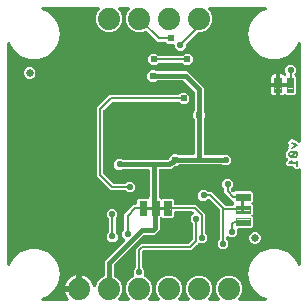
<source format=gbl>
G04 EAGLE Gerber RS-274X export*
G75*
%MOMM*%
%FSLAX34Y34*%
%LPD*%
%INBottom Copper*%
%IPPOS*%
%AMOC8*
5,1,8,0,0,1.08239X$1,22.5*%
G01*
%ADD10C,0.177800*%
%ADD11C,0.099059*%
%ADD12C,1.879600*%
%ADD13C,0.635000*%
%ADD14C,0.558800*%
%ADD15C,0.203200*%
%ADD16C,0.604000*%
%ADD17C,0.406400*%

G36*
X53596Y2812D02*
X53596Y2812D01*
X53734Y2825D01*
X53753Y2832D01*
X53773Y2835D01*
X53902Y2886D01*
X54033Y2933D01*
X54050Y2944D01*
X54068Y2952D01*
X54181Y3033D01*
X54296Y3112D01*
X54310Y3127D01*
X54326Y3138D01*
X54415Y3246D01*
X54507Y3350D01*
X54516Y3368D01*
X54529Y3383D01*
X54588Y3509D01*
X54651Y3634D01*
X54656Y3653D01*
X54664Y3671D01*
X54690Y3808D01*
X54721Y3944D01*
X54720Y3964D01*
X54724Y3983D01*
X54715Y4122D01*
X54711Y4262D01*
X54705Y4281D01*
X54704Y4301D01*
X54661Y4433D01*
X54622Y4567D01*
X54612Y4584D01*
X54606Y4603D01*
X54531Y4721D01*
X54461Y4841D01*
X54442Y4862D01*
X54436Y4872D01*
X54421Y4886D01*
X54416Y4892D01*
X53289Y6443D01*
X52436Y8117D01*
X51855Y9904D01*
X51815Y10161D01*
X62230Y10161D01*
X62348Y10176D01*
X62467Y10183D01*
X62505Y10196D01*
X62545Y10201D01*
X62656Y10244D01*
X62769Y10281D01*
X62803Y10303D01*
X62841Y10318D01*
X62937Y10388D01*
X63038Y10451D01*
X63066Y10481D01*
X63098Y10504D01*
X63174Y10596D01*
X63256Y10683D01*
X63275Y10718D01*
X63301Y10749D01*
X63352Y10857D01*
X63409Y10961D01*
X63420Y11001D01*
X63437Y11037D01*
X63459Y11154D01*
X63489Y11269D01*
X63493Y11330D01*
X63497Y11350D01*
X63495Y11370D01*
X63499Y11430D01*
X63499Y12701D01*
X64770Y12701D01*
X64888Y12716D01*
X65007Y12723D01*
X65045Y12736D01*
X65085Y12741D01*
X65196Y12785D01*
X65309Y12821D01*
X65344Y12843D01*
X65381Y12858D01*
X65477Y12928D01*
X65578Y12991D01*
X65606Y13021D01*
X65639Y13045D01*
X65714Y13136D01*
X65796Y13223D01*
X65816Y13258D01*
X65841Y13290D01*
X65892Y13397D01*
X65950Y13502D01*
X65960Y13541D01*
X65977Y13577D01*
X65999Y13694D01*
X66029Y13809D01*
X66033Y13870D01*
X66037Y13890D01*
X66035Y13910D01*
X66039Y13970D01*
X66039Y24385D01*
X66296Y24345D01*
X68083Y23764D01*
X69757Y22911D01*
X71278Y21806D01*
X72606Y20478D01*
X73711Y18957D01*
X74564Y17283D01*
X75145Y15496D01*
X75220Y15023D01*
X75255Y14900D01*
X75286Y14774D01*
X75300Y14747D01*
X75308Y14718D01*
X75374Y14607D01*
X75434Y14493D01*
X75455Y14470D01*
X75470Y14444D01*
X75562Y14353D01*
X75648Y14257D01*
X75674Y14241D01*
X75695Y14219D01*
X75806Y14153D01*
X75914Y14082D01*
X75943Y14073D01*
X75969Y14057D01*
X76093Y14021D01*
X76215Y13979D01*
X76245Y13977D01*
X76274Y13968D01*
X76403Y13964D01*
X76532Y13954D01*
X76562Y13959D01*
X76592Y13958D01*
X76718Y13986D01*
X76845Y14008D01*
X76873Y14021D01*
X76902Y14027D01*
X77017Y14086D01*
X77135Y14139D01*
X77159Y14158D01*
X77186Y14171D01*
X77282Y14257D01*
X77384Y14338D01*
X77402Y14362D01*
X77424Y14382D01*
X77497Y14488D01*
X77575Y14592D01*
X77594Y14630D01*
X77603Y14644D01*
X77611Y14665D01*
X77646Y14736D01*
X79425Y19031D01*
X82569Y22175D01*
X84306Y22895D01*
X84331Y22909D01*
X84359Y22918D01*
X84469Y22988D01*
X84582Y23052D01*
X84603Y23073D01*
X84628Y23088D01*
X84717Y23183D01*
X84810Y23273D01*
X84826Y23299D01*
X84846Y23320D01*
X84909Y23434D01*
X84977Y23545D01*
X84985Y23573D01*
X85000Y23599D01*
X85032Y23724D01*
X85070Y23848D01*
X85072Y23878D01*
X85079Y23907D01*
X85089Y24067D01*
X85089Y35868D01*
X102522Y53301D01*
X102595Y53395D01*
X102673Y53484D01*
X102692Y53520D01*
X102716Y53552D01*
X102764Y53661D01*
X102818Y53767D01*
X102827Y53807D01*
X102843Y53844D01*
X102861Y53962D01*
X102888Y54078D01*
X102886Y54118D01*
X102893Y54158D01*
X102881Y54276D01*
X102878Y54395D01*
X102867Y54434D01*
X102863Y54475D01*
X102823Y54587D01*
X102789Y54701D01*
X102769Y54736D01*
X102755Y54774D01*
X102688Y54872D01*
X102628Y54975D01*
X102588Y55020D01*
X102577Y55037D01*
X102561Y55050D01*
X102522Y55096D01*
X100075Y57542D01*
X100075Y61330D01*
X101482Y62736D01*
X101542Y62815D01*
X101610Y62887D01*
X101639Y62940D01*
X101676Y62988D01*
X101716Y63079D01*
X101764Y63165D01*
X101779Y63224D01*
X101803Y63279D01*
X101818Y63377D01*
X101843Y63473D01*
X101849Y63573D01*
X101853Y63594D01*
X101851Y63606D01*
X101853Y63634D01*
X101853Y75834D01*
X109904Y83884D01*
X111252Y83884D01*
X111370Y83899D01*
X111489Y83907D01*
X111527Y83919D01*
X111568Y83924D01*
X111678Y83968D01*
X111791Y84005D01*
X111826Y84026D01*
X111863Y84041D01*
X111959Y84111D01*
X112060Y84175D01*
X112088Y84204D01*
X112121Y84228D01*
X112197Y84320D01*
X112278Y84406D01*
X112298Y84442D01*
X112323Y84473D01*
X112374Y84581D01*
X112432Y84685D01*
X112442Y84724D01*
X112459Y84761D01*
X112481Y84877D01*
X112511Y84993D01*
X112515Y85053D01*
X112519Y85073D01*
X112517Y85093D01*
X112521Y85153D01*
X112521Y87886D01*
X113853Y89218D01*
X121609Y89218D01*
X121703Y89203D01*
X121840Y89177D01*
X121859Y89178D01*
X121879Y89175D01*
X122018Y89188D01*
X122157Y89197D01*
X122176Y89203D01*
X122196Y89205D01*
X122327Y89252D01*
X122459Y89295D01*
X122476Y89306D01*
X122495Y89312D01*
X122610Y89390D01*
X122728Y89465D01*
X122742Y89480D01*
X122758Y89491D01*
X122851Y89595D01*
X122946Y89697D01*
X122956Y89714D01*
X122969Y89729D01*
X123032Y89853D01*
X123100Y89975D01*
X123105Y89995D01*
X123114Y90012D01*
X123144Y90148D01*
X123179Y90283D01*
X123181Y90311D01*
X123183Y90323D01*
X123183Y90343D01*
X123189Y90444D01*
X123189Y113030D01*
X123174Y113148D01*
X123167Y113267D01*
X123154Y113305D01*
X123149Y113346D01*
X123106Y113456D01*
X123069Y113569D01*
X123047Y113604D01*
X123032Y113641D01*
X122963Y113737D01*
X122899Y113838D01*
X122869Y113866D01*
X122846Y113899D01*
X122754Y113975D01*
X122667Y114056D01*
X122632Y114076D01*
X122601Y114101D01*
X122493Y114152D01*
X122389Y114210D01*
X122349Y114220D01*
X122313Y114237D01*
X122196Y114259D01*
X122081Y114289D01*
X122021Y114293D01*
X122001Y114297D01*
X121980Y114295D01*
X121920Y114299D01*
X100972Y114299D01*
X100874Y114287D01*
X100775Y114284D01*
X100716Y114267D01*
X100656Y114259D01*
X100564Y114223D01*
X100469Y114195D01*
X100417Y114165D01*
X100361Y114142D01*
X100281Y114084D01*
X100195Y114034D01*
X100120Y113968D01*
X100103Y113956D01*
X100095Y113946D01*
X100074Y113927D01*
X99684Y113537D01*
X95896Y113537D01*
X93217Y116216D01*
X93217Y120004D01*
X95896Y122683D01*
X99684Y122683D01*
X100074Y122293D01*
X100152Y122232D01*
X100225Y122164D01*
X100278Y122135D01*
X100326Y122098D01*
X100416Y122058D01*
X100503Y122010D01*
X100562Y121995D01*
X100617Y121971D01*
X100715Y121956D01*
X100811Y121931D01*
X100911Y121925D01*
X100932Y121921D01*
X100944Y121923D01*
X100972Y121921D01*
X137865Y121921D01*
X137963Y121933D01*
X138062Y121936D01*
X138120Y121953D01*
X138180Y121961D01*
X138272Y121997D01*
X138367Y122025D01*
X138420Y122055D01*
X138476Y122078D01*
X138556Y122136D01*
X138641Y122186D01*
X138717Y122252D01*
X138733Y122264D01*
X138741Y122274D01*
X138762Y122292D01*
X139610Y123140D01*
X139670Y123218D01*
X139738Y123290D01*
X139767Y123343D01*
X139804Y123391D01*
X139844Y123482D01*
X139892Y123569D01*
X139907Y123627D01*
X139931Y123683D01*
X139946Y123781D01*
X139971Y123877D01*
X139972Y123899D01*
X142792Y126719D01*
X146768Y126719D01*
X147384Y126102D01*
X147462Y126042D01*
X147534Y125974D01*
X147587Y125945D01*
X147635Y125908D01*
X147726Y125868D01*
X147813Y125820D01*
X147871Y125805D01*
X147927Y125781D01*
X148025Y125766D01*
X148121Y125741D01*
X148221Y125735D01*
X148241Y125731D01*
X148253Y125733D01*
X148281Y125731D01*
X160020Y125731D01*
X160138Y125746D01*
X160257Y125753D01*
X160295Y125766D01*
X160336Y125771D01*
X160446Y125814D01*
X160559Y125851D01*
X160594Y125873D01*
X160631Y125888D01*
X160727Y125957D01*
X160828Y126021D01*
X160856Y126051D01*
X160889Y126074D01*
X160965Y126166D01*
X161046Y126253D01*
X161066Y126288D01*
X161091Y126319D01*
X161142Y126427D01*
X161200Y126531D01*
X161210Y126571D01*
X161227Y126607D01*
X161249Y126724D01*
X161279Y126839D01*
X161283Y126899D01*
X161287Y126919D01*
X161285Y126940D01*
X161289Y127000D01*
X161289Y156519D01*
X161277Y156617D01*
X161274Y156716D01*
X161257Y156774D01*
X161249Y156834D01*
X161213Y156926D01*
X161185Y157021D01*
X161155Y157073D01*
X161132Y157130D01*
X161074Y157210D01*
X161024Y157295D01*
X160958Y157371D01*
X160946Y157387D01*
X160936Y157395D01*
X160918Y157416D01*
X160301Y158032D01*
X160301Y162008D01*
X160918Y162624D01*
X160978Y162702D01*
X161046Y162774D01*
X161075Y162827D01*
X161112Y162875D01*
X161152Y162966D01*
X161200Y163053D01*
X161215Y163111D01*
X161239Y163167D01*
X161254Y163265D01*
X161279Y163361D01*
X161285Y163461D01*
X161289Y163481D01*
X161287Y163493D01*
X161289Y163521D01*
X161289Y179506D01*
X161277Y179604D01*
X161274Y179703D01*
X161257Y179761D01*
X161249Y179821D01*
X161213Y179913D01*
X161185Y180009D01*
X161155Y180061D01*
X161132Y180117D01*
X161074Y180197D01*
X161024Y180282D01*
X160958Y180358D01*
X160946Y180374D01*
X160936Y180382D01*
X160918Y180403D01*
X152463Y188858D01*
X152385Y188918D01*
X152313Y188986D01*
X152260Y189015D01*
X152212Y189052D01*
X152121Y189092D01*
X152034Y189140D01*
X151976Y189155D01*
X151920Y189179D01*
X151822Y189194D01*
X151726Y189219D01*
X151626Y189225D01*
X151606Y189229D01*
X151594Y189227D01*
X151566Y189229D01*
X129617Y189229D01*
X129519Y189217D01*
X129420Y189214D01*
X129362Y189197D01*
X129302Y189189D01*
X129210Y189153D01*
X129115Y189125D01*
X129063Y189095D01*
X129006Y189072D01*
X128926Y189014D01*
X128841Y188964D01*
X128765Y188898D01*
X128749Y188886D01*
X128741Y188876D01*
X128720Y188858D01*
X128104Y188241D01*
X124128Y188241D01*
X121317Y191052D01*
X121317Y195028D01*
X124128Y197839D01*
X128104Y197839D01*
X128720Y197222D01*
X128798Y197162D01*
X128870Y197094D01*
X128923Y197065D01*
X128971Y197028D01*
X129062Y196988D01*
X129149Y196940D01*
X129207Y196925D01*
X129263Y196901D01*
X129361Y196886D01*
X129457Y196861D01*
X129557Y196855D01*
X129577Y196851D01*
X129589Y196853D01*
X129617Y196851D01*
X155248Y196851D01*
X168911Y183188D01*
X168911Y163521D01*
X168923Y163423D01*
X168926Y163324D01*
X168943Y163266D01*
X168951Y163206D01*
X168987Y163114D01*
X169015Y163019D01*
X169045Y162967D01*
X169068Y162910D01*
X169126Y162830D01*
X169176Y162745D01*
X169242Y162669D01*
X169254Y162653D01*
X169264Y162645D01*
X169282Y162624D01*
X169899Y162008D01*
X169899Y158032D01*
X169282Y157416D01*
X169222Y157338D01*
X169154Y157266D01*
X169125Y157213D01*
X169088Y157165D01*
X169048Y157074D01*
X169000Y156987D01*
X168985Y156929D01*
X168961Y156873D01*
X168946Y156775D01*
X168921Y156679D01*
X168915Y156579D01*
X168911Y156559D01*
X168913Y156547D01*
X168911Y156519D01*
X168911Y127000D01*
X168926Y126882D01*
X168933Y126763D01*
X168946Y126725D01*
X168951Y126684D01*
X168994Y126574D01*
X169031Y126461D01*
X169053Y126426D01*
X169068Y126389D01*
X169137Y126293D01*
X169201Y126192D01*
X169231Y126164D01*
X169254Y126131D01*
X169346Y126055D01*
X169433Y125974D01*
X169468Y125954D01*
X169499Y125929D01*
X169607Y125878D01*
X169711Y125820D01*
X169751Y125810D01*
X169787Y125793D01*
X169904Y125771D01*
X170019Y125741D01*
X170079Y125737D01*
X170099Y125733D01*
X170120Y125735D01*
X170180Y125731D01*
X184778Y125731D01*
X184876Y125743D01*
X184975Y125746D01*
X185034Y125763D01*
X185094Y125771D01*
X185186Y125807D01*
X185281Y125835D01*
X185333Y125865D01*
X185389Y125888D01*
X185469Y125946D01*
X185555Y125996D01*
X185630Y126062D01*
X185647Y126074D01*
X185655Y126084D01*
X185676Y126103D01*
X186066Y126493D01*
X189854Y126493D01*
X192533Y123814D01*
X192533Y120026D01*
X189854Y117347D01*
X186066Y117347D01*
X185676Y117737D01*
X185598Y117798D01*
X185525Y117866D01*
X185472Y117895D01*
X185424Y117932D01*
X185334Y117972D01*
X185247Y118020D01*
X185188Y118035D01*
X185133Y118059D01*
X185035Y118074D01*
X184939Y118099D01*
X184839Y118105D01*
X184818Y118109D01*
X184806Y118107D01*
X184778Y118109D01*
X148281Y118109D01*
X148183Y118097D01*
X148084Y118094D01*
X148026Y118077D01*
X147966Y118069D01*
X147874Y118033D01*
X147779Y118005D01*
X147727Y117975D01*
X147670Y117952D01*
X147590Y117894D01*
X147505Y117844D01*
X147429Y117778D01*
X147413Y117766D01*
X147405Y117756D01*
X147384Y117738D01*
X146768Y117121D01*
X145896Y117121D01*
X145798Y117109D01*
X145699Y117106D01*
X145641Y117089D01*
X145581Y117081D01*
X145489Y117045D01*
X145393Y117017D01*
X145341Y116987D01*
X145285Y116964D01*
X145205Y116906D01*
X145120Y116856D01*
X145044Y116790D01*
X145028Y116778D01*
X145020Y116768D01*
X144999Y116750D01*
X144834Y116585D01*
X144359Y116585D01*
X144261Y116573D01*
X144162Y116570D01*
X144104Y116553D01*
X144044Y116545D01*
X143952Y116509D01*
X143856Y116481D01*
X143804Y116451D01*
X143748Y116428D01*
X143668Y116370D01*
X143582Y116320D01*
X143507Y116254D01*
X143491Y116242D01*
X143483Y116232D01*
X143462Y116214D01*
X141547Y114299D01*
X132080Y114299D01*
X131962Y114284D01*
X131843Y114277D01*
X131805Y114264D01*
X131764Y114259D01*
X131654Y114216D01*
X131541Y114179D01*
X131506Y114157D01*
X131469Y114142D01*
X131373Y114073D01*
X131272Y114009D01*
X131244Y113979D01*
X131211Y113956D01*
X131135Y113864D01*
X131054Y113777D01*
X131034Y113742D01*
X131009Y113711D01*
X130958Y113603D01*
X130900Y113499D01*
X130890Y113459D01*
X130873Y113423D01*
X130851Y113306D01*
X130821Y113191D01*
X130817Y113131D01*
X130813Y113111D01*
X130815Y113090D01*
X130811Y113030D01*
X130811Y90487D01*
X130826Y90369D01*
X130833Y90251D01*
X130846Y90212D01*
X130851Y90172D01*
X130894Y90061D01*
X130931Y89948D01*
X130953Y89914D01*
X130968Y89876D01*
X131037Y89780D01*
X131101Y89679D01*
X131131Y89652D01*
X131154Y89619D01*
X131246Y89543D01*
X131333Y89461D01*
X131368Y89442D01*
X131399Y89416D01*
X131507Y89365D01*
X131611Y89308D01*
X131651Y89298D01*
X131687Y89281D01*
X131706Y89277D01*
X132325Y88657D01*
X132419Y88584D01*
X132509Y88506D01*
X132545Y88487D01*
X132577Y88462D01*
X132686Y88415D01*
X132792Y88361D01*
X132831Y88352D01*
X132869Y88336D01*
X132986Y88317D01*
X133102Y88291D01*
X133143Y88293D01*
X133183Y88286D01*
X133301Y88297D01*
X133420Y88301D01*
X133459Y88312D01*
X133499Y88316D01*
X133612Y88356D01*
X133726Y88389D01*
X133760Y88410D01*
X133799Y88424D01*
X133897Y88490D01*
X134000Y88551D01*
X134045Y88591D01*
X134062Y88602D01*
X134075Y88617D01*
X134120Y88657D01*
X134681Y89218D01*
X142179Y89218D01*
X143511Y87886D01*
X143511Y85153D01*
X143526Y85035D01*
X143533Y84917D01*
X143546Y84878D01*
X143551Y84838D01*
X143594Y84727D01*
X143631Y84614D01*
X143653Y84580D01*
X143668Y84542D01*
X143737Y84446D01*
X143801Y84345D01*
X143831Y84318D01*
X143854Y84285D01*
X143946Y84209D01*
X144033Y84127D01*
X144068Y84108D01*
X144099Y84082D01*
X144207Y84031D01*
X144311Y83974D01*
X144351Y83964D01*
X144387Y83947D01*
X144504Y83924D01*
X144619Y83894D01*
X144679Y83891D01*
X144699Y83887D01*
X144720Y83888D01*
X144780Y83884D01*
X162638Y83884D01*
X170435Y76088D01*
X170435Y60078D01*
X170447Y59980D01*
X170450Y59881D01*
X170467Y59822D01*
X170475Y59762D01*
X170511Y59670D01*
X170539Y59575D01*
X170569Y59523D01*
X170592Y59467D01*
X170650Y59387D01*
X170700Y59301D01*
X170766Y59226D01*
X170778Y59209D01*
X170788Y59201D01*
X170806Y59180D01*
X172213Y57774D01*
X172213Y53986D01*
X169534Y51307D01*
X165606Y51307D01*
X165544Y51339D01*
X165504Y51348D01*
X165467Y51364D01*
X165350Y51383D01*
X165233Y51409D01*
X165193Y51408D01*
X165153Y51414D01*
X165035Y51403D01*
X164916Y51399D01*
X164877Y51388D01*
X164837Y51384D01*
X164724Y51344D01*
X164610Y51311D01*
X164575Y51290D01*
X164537Y51277D01*
X164439Y51210D01*
X164336Y51149D01*
X164291Y51110D01*
X164274Y51098D01*
X164261Y51083D01*
X164215Y51043D01*
X163346Y50174D01*
X158638Y45465D01*
X118523Y45465D01*
X118425Y45453D01*
X118326Y45450D01*
X118268Y45433D01*
X118208Y45425D01*
X118116Y45389D01*
X118021Y45361D01*
X117968Y45331D01*
X117912Y45308D01*
X117832Y45250D01*
X117747Y45200D01*
X117671Y45134D01*
X117655Y45122D01*
X117647Y45112D01*
X117626Y45094D01*
X117466Y44934D01*
X117406Y44856D01*
X117338Y44784D01*
X117309Y44731D01*
X117272Y44683D01*
X117232Y44592D01*
X117184Y44505D01*
X117169Y44447D01*
X117145Y44391D01*
X117130Y44293D01*
X117105Y44197D01*
X117099Y44097D01*
X117095Y44077D01*
X117097Y44065D01*
X117095Y44037D01*
X117095Y30868D01*
X117107Y30770D01*
X117110Y30671D01*
X117127Y30612D01*
X117135Y30552D01*
X117171Y30460D01*
X117199Y30365D01*
X117229Y30313D01*
X117252Y30257D01*
X117310Y30177D01*
X117360Y30091D01*
X117426Y30016D01*
X117438Y29999D01*
X117448Y29991D01*
X117466Y29970D01*
X118873Y28564D01*
X118873Y24770D01*
X118861Y24756D01*
X118825Y24722D01*
X118764Y24631D01*
X118697Y24544D01*
X118677Y24498D01*
X118650Y24457D01*
X118614Y24353D01*
X118571Y24252D01*
X118563Y24203D01*
X118547Y24156D01*
X118538Y24046D01*
X118521Y23938D01*
X118525Y23889D01*
X118522Y23839D01*
X118540Y23731D01*
X118551Y23621D01*
X118567Y23575D01*
X118576Y23526D01*
X118621Y23426D01*
X118658Y23322D01*
X118686Y23281D01*
X118707Y23236D01*
X118775Y23150D01*
X118837Y23059D01*
X118874Y23026D01*
X118905Y22987D01*
X118993Y22921D01*
X119075Y22848D01*
X119119Y22826D01*
X119159Y22796D01*
X119304Y22725D01*
X120631Y22175D01*
X123775Y19031D01*
X125477Y14923D01*
X125477Y10477D01*
X123775Y6369D01*
X122368Y4961D01*
X122282Y4852D01*
X122194Y4745D01*
X122185Y4726D01*
X122173Y4710D01*
X122117Y4582D01*
X122058Y4457D01*
X122055Y4437D01*
X122046Y4418D01*
X122025Y4280D01*
X121999Y4144D01*
X122000Y4124D01*
X121997Y4104D01*
X122010Y3965D01*
X122018Y3827D01*
X122025Y3808D01*
X122026Y3788D01*
X122074Y3656D01*
X122116Y3525D01*
X122127Y3507D01*
X122134Y3488D01*
X122212Y3373D01*
X122286Y3256D01*
X122301Y3242D01*
X122313Y3225D01*
X122417Y3133D01*
X122518Y3038D01*
X122536Y3028D01*
X122551Y3015D01*
X122675Y2951D01*
X122797Y2884D01*
X122816Y2879D01*
X122834Y2870D01*
X122970Y2840D01*
X123105Y2805D01*
X123133Y2803D01*
X123145Y2800D01*
X123165Y2801D01*
X123265Y2795D01*
X130735Y2795D01*
X130873Y2812D01*
X131011Y2825D01*
X131030Y2832D01*
X131050Y2835D01*
X131180Y2886D01*
X131310Y2933D01*
X131327Y2944D01*
X131346Y2952D01*
X131458Y3033D01*
X131574Y3111D01*
X131587Y3127D01*
X131603Y3138D01*
X131692Y3246D01*
X131784Y3350D01*
X131793Y3368D01*
X131806Y3383D01*
X131865Y3509D01*
X131929Y3633D01*
X131933Y3653D01*
X131942Y3671D01*
X131968Y3808D01*
X131998Y3943D01*
X131998Y3964D01*
X132001Y3983D01*
X131993Y4122D01*
X131989Y4261D01*
X131983Y4281D01*
X131982Y4301D01*
X131939Y4433D01*
X131900Y4567D01*
X131890Y4584D01*
X131884Y4603D01*
X131809Y4721D01*
X131739Y4841D01*
X131720Y4862D01*
X131714Y4872D01*
X131699Y4886D01*
X131632Y4961D01*
X130225Y6369D01*
X128523Y10477D01*
X128523Y14923D01*
X130225Y19031D01*
X133369Y22175D01*
X137477Y23877D01*
X141923Y23877D01*
X146031Y22175D01*
X149175Y19031D01*
X150877Y14923D01*
X150877Y10477D01*
X149175Y6369D01*
X147768Y4961D01*
X147682Y4852D01*
X147594Y4745D01*
X147585Y4726D01*
X147573Y4710D01*
X147517Y4582D01*
X147458Y4457D01*
X147455Y4437D01*
X147446Y4418D01*
X147425Y4280D01*
X147399Y4144D01*
X147400Y4124D01*
X147397Y4104D01*
X147410Y3965D01*
X147418Y3827D01*
X147425Y3808D01*
X147426Y3788D01*
X147474Y3656D01*
X147516Y3525D01*
X147527Y3507D01*
X147534Y3488D01*
X147612Y3373D01*
X147686Y3256D01*
X147701Y3242D01*
X147713Y3225D01*
X147817Y3133D01*
X147918Y3038D01*
X147936Y3028D01*
X147951Y3015D01*
X148075Y2951D01*
X148197Y2884D01*
X148216Y2879D01*
X148234Y2870D01*
X148370Y2840D01*
X148505Y2805D01*
X148533Y2803D01*
X148545Y2800D01*
X148565Y2801D01*
X148665Y2795D01*
X156135Y2795D01*
X156273Y2812D01*
X156411Y2825D01*
X156430Y2832D01*
X156450Y2835D01*
X156580Y2886D01*
X156710Y2933D01*
X156727Y2944D01*
X156746Y2952D01*
X156858Y3033D01*
X156974Y3111D01*
X156987Y3127D01*
X157003Y3138D01*
X157092Y3246D01*
X157184Y3350D01*
X157193Y3368D01*
X157206Y3383D01*
X157265Y3509D01*
X157329Y3633D01*
X157333Y3653D01*
X157342Y3671D01*
X157368Y3808D01*
X157398Y3943D01*
X157398Y3964D01*
X157401Y3983D01*
X157393Y4122D01*
X157389Y4261D01*
X157383Y4281D01*
X157382Y4301D01*
X157339Y4433D01*
X157300Y4567D01*
X157290Y4584D01*
X157284Y4603D01*
X157209Y4721D01*
X157139Y4841D01*
X157120Y4862D01*
X157114Y4872D01*
X157099Y4886D01*
X157032Y4961D01*
X155625Y6369D01*
X153923Y10477D01*
X153923Y14923D01*
X155625Y19031D01*
X158769Y22175D01*
X162877Y23877D01*
X167323Y23877D01*
X171431Y22175D01*
X174575Y19031D01*
X176277Y14923D01*
X176277Y10477D01*
X174575Y6369D01*
X173168Y4961D01*
X173082Y4852D01*
X172994Y4745D01*
X172985Y4726D01*
X172973Y4710D01*
X172917Y4582D01*
X172858Y4457D01*
X172855Y4437D01*
X172846Y4418D01*
X172825Y4280D01*
X172799Y4144D01*
X172800Y4124D01*
X172797Y4104D01*
X172810Y3965D01*
X172818Y3827D01*
X172825Y3808D01*
X172826Y3788D01*
X172874Y3656D01*
X172916Y3525D01*
X172927Y3507D01*
X172934Y3488D01*
X173012Y3373D01*
X173086Y3256D01*
X173101Y3242D01*
X173113Y3225D01*
X173217Y3133D01*
X173318Y3038D01*
X173336Y3028D01*
X173351Y3015D01*
X173475Y2951D01*
X173597Y2884D01*
X173616Y2879D01*
X173634Y2870D01*
X173770Y2840D01*
X173905Y2805D01*
X173933Y2803D01*
X173945Y2800D01*
X173965Y2801D01*
X174065Y2795D01*
X181535Y2795D01*
X181673Y2812D01*
X181811Y2825D01*
X181830Y2832D01*
X181850Y2835D01*
X181980Y2886D01*
X182110Y2933D01*
X182127Y2944D01*
X182146Y2952D01*
X182258Y3033D01*
X182374Y3111D01*
X182387Y3127D01*
X182403Y3138D01*
X182492Y3246D01*
X182584Y3350D01*
X182593Y3368D01*
X182606Y3383D01*
X182665Y3509D01*
X182729Y3633D01*
X182733Y3653D01*
X182742Y3671D01*
X182768Y3808D01*
X182798Y3943D01*
X182798Y3964D01*
X182801Y3983D01*
X182793Y4122D01*
X182789Y4261D01*
X182783Y4281D01*
X182782Y4301D01*
X182739Y4433D01*
X182700Y4567D01*
X182690Y4584D01*
X182684Y4603D01*
X182609Y4721D01*
X182539Y4841D01*
X182520Y4862D01*
X182514Y4872D01*
X182499Y4886D01*
X182432Y4961D01*
X181025Y6369D01*
X179323Y10477D01*
X179323Y14923D01*
X181025Y19031D01*
X184169Y22175D01*
X188277Y23877D01*
X192723Y23877D01*
X196831Y22175D01*
X199975Y19031D01*
X201677Y14923D01*
X201677Y10477D01*
X199975Y6369D01*
X198568Y4961D01*
X198482Y4852D01*
X198394Y4745D01*
X198385Y4726D01*
X198373Y4710D01*
X198317Y4582D01*
X198258Y4457D01*
X198255Y4437D01*
X198246Y4418D01*
X198225Y4280D01*
X198199Y4144D01*
X198200Y4124D01*
X198197Y4104D01*
X198210Y3965D01*
X198218Y3827D01*
X198225Y3808D01*
X198226Y3788D01*
X198274Y3656D01*
X198316Y3525D01*
X198327Y3507D01*
X198334Y3488D01*
X198412Y3373D01*
X198486Y3256D01*
X198501Y3242D01*
X198513Y3225D01*
X198617Y3133D01*
X198718Y3038D01*
X198736Y3028D01*
X198751Y3015D01*
X198875Y2951D01*
X198997Y2884D01*
X199016Y2879D01*
X199034Y2870D01*
X199170Y2840D01*
X199305Y2805D01*
X199333Y2803D01*
X199345Y2800D01*
X199365Y2801D01*
X199465Y2795D01*
X221125Y2795D01*
X221221Y2807D01*
X221319Y2810D01*
X221379Y2827D01*
X221440Y2835D01*
X221531Y2870D01*
X221624Y2897D01*
X221678Y2929D01*
X221736Y2952D01*
X221815Y3009D01*
X221899Y3058D01*
X221943Y3102D01*
X221993Y3138D01*
X222055Y3213D01*
X222125Y3282D01*
X222157Y3336D01*
X222196Y3383D01*
X222238Y3471D01*
X222288Y3555D01*
X222305Y3615D01*
X222332Y3671D01*
X222350Y3767D01*
X222378Y3860D01*
X222380Y3922D01*
X222392Y3983D01*
X222385Y4081D01*
X222389Y4178D01*
X222376Y4239D01*
X222372Y4301D01*
X222342Y4393D01*
X222321Y4489D01*
X222293Y4544D01*
X222274Y4603D01*
X222222Y4686D01*
X222178Y4773D01*
X222137Y4819D01*
X222104Y4872D01*
X222033Y4939D01*
X221969Y5012D01*
X221917Y5047D01*
X221872Y5090D01*
X221787Y5137D01*
X221706Y5192D01*
X221611Y5234D01*
X221593Y5244D01*
X221583Y5246D01*
X221559Y5257D01*
X217767Y6637D01*
X212003Y11473D01*
X208241Y17990D01*
X206934Y25400D01*
X208241Y32810D01*
X212003Y39326D01*
X217767Y44163D01*
X224838Y46737D01*
X232362Y46737D01*
X239433Y44163D01*
X245197Y39327D01*
X248837Y33022D01*
X248925Y32906D01*
X249010Y32788D01*
X249021Y32780D01*
X249029Y32769D01*
X249143Y32679D01*
X249255Y32585D01*
X249268Y32580D01*
X249278Y32571D01*
X249412Y32512D01*
X249543Y32450D01*
X249556Y32447D01*
X249569Y32442D01*
X249713Y32417D01*
X249856Y32390D01*
X249869Y32391D01*
X249882Y32389D01*
X250028Y32401D01*
X250173Y32410D01*
X250186Y32414D01*
X250199Y32415D01*
X250337Y32463D01*
X250475Y32508D01*
X250487Y32515D01*
X250500Y32520D01*
X250621Y32600D01*
X250744Y32678D01*
X250753Y32688D01*
X250765Y32695D01*
X250862Y32804D01*
X250962Y32910D01*
X250969Y32922D01*
X250978Y32932D01*
X251045Y33060D01*
X251116Y33188D01*
X251119Y33201D01*
X251125Y33213D01*
X251159Y33355D01*
X251195Y33496D01*
X251196Y33515D01*
X251198Y33523D01*
X251198Y33540D01*
X251205Y33657D01*
X251205Y113594D01*
X251188Y113731D01*
X251175Y113870D01*
X251168Y113889D01*
X251165Y113909D01*
X251114Y114038D01*
X251067Y114169D01*
X251056Y114186D01*
X251048Y114205D01*
X250967Y114317D01*
X250889Y114432D01*
X250873Y114446D01*
X250862Y114462D01*
X250754Y114551D01*
X250650Y114643D01*
X250632Y114652D01*
X250617Y114665D01*
X250491Y114724D01*
X250367Y114787D01*
X250347Y114792D01*
X250329Y114800D01*
X250193Y114827D01*
X250057Y114857D01*
X250036Y114856D01*
X250017Y114860D01*
X249878Y114852D01*
X249739Y114847D01*
X249719Y114842D01*
X249699Y114840D01*
X249567Y114798D01*
X249433Y114759D01*
X249416Y114749D01*
X249397Y114742D01*
X249279Y114668D01*
X249159Y114597D01*
X249138Y114579D01*
X249128Y114572D01*
X249114Y114557D01*
X249041Y114493D01*
X246831Y114493D01*
X245084Y116240D01*
X245006Y116301D01*
X244934Y116369D01*
X244881Y116398D01*
X244833Y116435D01*
X244742Y116474D01*
X244655Y116522D01*
X244597Y116537D01*
X244541Y116561D01*
X244443Y116577D01*
X244347Y116602D01*
X244247Y116608D01*
X244227Y116611D01*
X244215Y116610D01*
X244187Y116612D01*
X240475Y116612D01*
X238913Y118174D01*
X238913Y120384D01*
X240123Y121594D01*
X240196Y121689D01*
X240274Y121778D01*
X240293Y121814D01*
X240318Y121846D01*
X240365Y121955D01*
X240419Y122061D01*
X240428Y122100D01*
X240444Y122138D01*
X240463Y122255D01*
X240489Y122371D01*
X240487Y122412D01*
X240494Y122452D01*
X240483Y122571D01*
X240479Y122689D01*
X240468Y122728D01*
X240464Y122768D01*
X240424Y122880D01*
X240391Y122995D01*
X240370Y123029D01*
X240356Y123068D01*
X240289Y123166D01*
X240229Y123269D01*
X240189Y123314D01*
X240178Y123331D01*
X240162Y123344D01*
X240123Y123389D01*
X239600Y123912D01*
X238913Y124599D01*
X238913Y125721D01*
X238913Y128928D01*
X240535Y130551D01*
X240581Y130609D01*
X240634Y130662D01*
X240678Y130735D01*
X240730Y130802D01*
X240760Y130870D01*
X240798Y130934D01*
X240823Y131016D01*
X240857Y131094D01*
X240868Y131167D01*
X240890Y131239D01*
X240893Y131324D01*
X240906Y131408D01*
X240899Y131482D01*
X240902Y131556D01*
X240885Y131640D01*
X240877Y131724D01*
X240851Y131795D01*
X240836Y131867D01*
X240815Y131915D01*
X241459Y133846D01*
X241461Y133855D01*
X241465Y133863D01*
X241492Y134010D01*
X241521Y134158D01*
X241521Y134167D01*
X241522Y134176D01*
X241512Y134326D01*
X241504Y134476D01*
X241501Y134484D01*
X241500Y134494D01*
X241459Y134649D01*
X240819Y136571D01*
X241807Y138548D01*
X243904Y139247D01*
X248879Y136759D01*
X248888Y136756D01*
X248896Y136751D01*
X249045Y136690D01*
X249535Y136527D01*
X249539Y136526D01*
X249543Y136524D01*
X249694Y136495D01*
X249847Y136465D01*
X249851Y136465D01*
X249856Y136464D01*
X250008Y136474D01*
X250164Y136482D01*
X250169Y136484D01*
X250173Y136484D01*
X250318Y136531D01*
X250467Y136578D01*
X250471Y136581D01*
X250475Y136582D01*
X250605Y136664D01*
X250737Y136747D01*
X250740Y136750D01*
X250744Y136752D01*
X250850Y136864D01*
X250957Y136977D01*
X250959Y136981D01*
X250962Y136984D01*
X251036Y137118D01*
X251112Y137254D01*
X251113Y137258D01*
X251116Y137262D01*
X251154Y137411D01*
X251194Y137561D01*
X251194Y137566D01*
X251195Y137570D01*
X251205Y137731D01*
X251205Y220343D01*
X251187Y220487D01*
X251172Y220633D01*
X251167Y220645D01*
X251165Y220659D01*
X251112Y220794D01*
X251061Y220931D01*
X251053Y220942D01*
X251048Y220954D01*
X250963Y221072D01*
X250880Y221192D01*
X250870Y221201D01*
X250862Y221212D01*
X250749Y221305D01*
X250639Y221400D01*
X250627Y221406D01*
X250617Y221415D01*
X250485Y221476D01*
X250354Y221541D01*
X250341Y221544D01*
X250329Y221550D01*
X250187Y221577D01*
X250043Y221608D01*
X250030Y221607D01*
X250017Y221610D01*
X249872Y221601D01*
X249726Y221595D01*
X249713Y221591D01*
X249699Y221590D01*
X249561Y221545D01*
X249421Y221503D01*
X249409Y221496D01*
X249397Y221492D01*
X249273Y221414D01*
X249149Y221339D01*
X249139Y221329D01*
X249128Y221322D01*
X249028Y221215D01*
X248926Y221112D01*
X248916Y221096D01*
X248910Y221090D01*
X248902Y221075D01*
X248837Y220978D01*
X245197Y214673D01*
X239433Y209837D01*
X232362Y207263D01*
X224838Y207263D01*
X217767Y209837D01*
X212003Y214673D01*
X208241Y221190D01*
X206934Y228600D01*
X208241Y236010D01*
X212003Y242526D01*
X217767Y247363D01*
X221559Y248743D01*
X221646Y248788D01*
X221736Y248824D01*
X221786Y248860D01*
X221842Y248889D01*
X221915Y248953D01*
X221993Y249010D01*
X222033Y249058D01*
X222080Y249100D01*
X222134Y249180D01*
X222196Y249255D01*
X222223Y249312D01*
X222258Y249363D01*
X222290Y249455D01*
X222332Y249543D01*
X222343Y249604D01*
X222364Y249663D01*
X222373Y249760D01*
X222392Y249856D01*
X222388Y249918D01*
X222393Y249980D01*
X222378Y250076D01*
X222372Y250173D01*
X222353Y250232D01*
X222343Y250294D01*
X222304Y250383D01*
X222274Y250475D01*
X222240Y250528D01*
X222216Y250585D01*
X222156Y250662D01*
X222104Y250744D01*
X222058Y250787D01*
X222020Y250836D01*
X221943Y250895D01*
X221872Y250962D01*
X221817Y250992D01*
X221768Y251030D01*
X221679Y251069D01*
X221593Y251116D01*
X221533Y251131D01*
X221476Y251156D01*
X221380Y251171D01*
X221286Y251195D01*
X221181Y251202D01*
X221162Y251205D01*
X221150Y251204D01*
X221125Y251205D01*
X174065Y251205D01*
X173927Y251188D01*
X173789Y251175D01*
X173770Y251168D01*
X173750Y251165D01*
X173620Y251114D01*
X173490Y251067D01*
X173473Y251056D01*
X173454Y251048D01*
X173342Y250967D01*
X173226Y250889D01*
X173213Y250873D01*
X173197Y250862D01*
X173108Y250754D01*
X173016Y250650D01*
X173007Y250632D01*
X172994Y250617D01*
X172935Y250491D01*
X172871Y250367D01*
X172867Y250347D01*
X172858Y250329D01*
X172832Y250192D01*
X172802Y250057D01*
X172802Y250036D01*
X172799Y250017D01*
X172807Y249878D01*
X172811Y249739D01*
X172817Y249719D01*
X172818Y249699D01*
X172861Y249567D01*
X172900Y249433D01*
X172910Y249416D01*
X172916Y249397D01*
X172991Y249279D01*
X173061Y249159D01*
X173080Y249138D01*
X173086Y249128D01*
X173101Y249114D01*
X173168Y249039D01*
X174575Y247631D01*
X176277Y243523D01*
X176277Y239077D01*
X174575Y234969D01*
X171431Y231825D01*
X167323Y230123D01*
X164751Y230123D01*
X164653Y230111D01*
X164554Y230108D01*
X164496Y230091D01*
X164436Y230083D01*
X164344Y230047D01*
X164249Y230019D01*
X164196Y229989D01*
X164140Y229966D01*
X164060Y229908D01*
X163975Y229858D01*
X163899Y229792D01*
X163883Y229780D01*
X163875Y229770D01*
X163854Y229752D01*
X154169Y220067D01*
X154109Y219989D01*
X154041Y219917D01*
X154012Y219864D01*
X153975Y219816D01*
X153935Y219725D01*
X153887Y219638D01*
X153872Y219580D01*
X153848Y219524D01*
X153833Y219426D01*
X153808Y219330D01*
X153802Y219230D01*
X153798Y219210D01*
X153800Y219198D01*
X153798Y219170D01*
X153798Y217181D01*
X151119Y214502D01*
X147331Y214502D01*
X144652Y217181D01*
X144652Y218722D01*
X144637Y218840D01*
X144630Y218959D01*
X144617Y218997D01*
X144612Y219038D01*
X144569Y219148D01*
X144532Y219261D01*
X144510Y219296D01*
X144495Y219333D01*
X144426Y219429D01*
X144362Y219530D01*
X144332Y219558D01*
X144309Y219591D01*
X144217Y219667D01*
X144130Y219748D01*
X144095Y219768D01*
X144064Y219793D01*
X143956Y219844D01*
X143852Y219902D01*
X143812Y219912D01*
X143776Y219929D01*
X143659Y219951D01*
X143544Y219981D01*
X143484Y219985D01*
X143464Y219989D01*
X143443Y219987D01*
X143383Y219991D01*
X138982Y219991D01*
X137350Y221624D01*
X137272Y221684D01*
X137200Y221752D01*
X137147Y221781D01*
X137099Y221818D01*
X137008Y221858D01*
X136921Y221906D01*
X136863Y221921D01*
X136807Y221945D01*
X136709Y221960D01*
X136613Y221985D01*
X136513Y221991D01*
X136493Y221995D01*
X136481Y221993D01*
X136453Y221995D01*
X129652Y221995D01*
X120659Y230988D01*
X120636Y231007D01*
X120617Y231029D01*
X120511Y231104D01*
X120408Y231183D01*
X120381Y231195D01*
X120357Y231212D01*
X120235Y231258D01*
X120116Y231310D01*
X120087Y231314D01*
X120059Y231325D01*
X119930Y231339D01*
X119802Y231360D01*
X119773Y231357D01*
X119743Y231360D01*
X119615Y231342D01*
X119485Y231330D01*
X119458Y231320D01*
X119428Y231316D01*
X119276Y231264D01*
X116523Y230123D01*
X112077Y230123D01*
X107969Y231825D01*
X104825Y234969D01*
X103123Y239077D01*
X103123Y243523D01*
X104825Y247631D01*
X106232Y249039D01*
X106318Y249148D01*
X106406Y249255D01*
X106415Y249274D01*
X106427Y249290D01*
X106483Y249418D01*
X106542Y249543D01*
X106545Y249563D01*
X106554Y249582D01*
X106575Y249720D01*
X106601Y249856D01*
X106600Y249876D01*
X106603Y249896D01*
X106590Y250035D01*
X106582Y250173D01*
X106575Y250192D01*
X106574Y250212D01*
X106526Y250344D01*
X106484Y250475D01*
X106473Y250493D01*
X106466Y250512D01*
X106388Y250627D01*
X106314Y250744D01*
X106299Y250758D01*
X106287Y250775D01*
X106183Y250867D01*
X106082Y250962D01*
X106064Y250972D01*
X106049Y250985D01*
X105925Y251049D01*
X105803Y251116D01*
X105784Y251121D01*
X105766Y251130D01*
X105630Y251160D01*
X105495Y251195D01*
X105467Y251197D01*
X105455Y251200D01*
X105435Y251199D01*
X105335Y251205D01*
X97865Y251205D01*
X97727Y251188D01*
X97589Y251175D01*
X97570Y251168D01*
X97550Y251165D01*
X97420Y251114D01*
X97290Y251067D01*
X97273Y251056D01*
X97254Y251048D01*
X97142Y250967D01*
X97026Y250889D01*
X97013Y250873D01*
X96997Y250862D01*
X96908Y250754D01*
X96816Y250650D01*
X96807Y250632D01*
X96794Y250617D01*
X96735Y250491D01*
X96671Y250367D01*
X96667Y250347D01*
X96658Y250329D01*
X96632Y250192D01*
X96602Y250057D01*
X96602Y250036D01*
X96599Y250017D01*
X96607Y249878D01*
X96611Y249739D01*
X96617Y249719D01*
X96618Y249699D01*
X96661Y249567D01*
X96700Y249433D01*
X96710Y249416D01*
X96716Y249397D01*
X96791Y249279D01*
X96861Y249159D01*
X96880Y249138D01*
X96886Y249128D01*
X96901Y249114D01*
X96968Y249039D01*
X98375Y247631D01*
X100077Y243523D01*
X100077Y239077D01*
X98375Y234969D01*
X95231Y231825D01*
X91123Y230123D01*
X86677Y230123D01*
X82569Y231825D01*
X79425Y234969D01*
X77723Y239077D01*
X77723Y243523D01*
X79425Y247631D01*
X80832Y249039D01*
X80918Y249148D01*
X81006Y249255D01*
X81015Y249274D01*
X81027Y249290D01*
X81083Y249418D01*
X81142Y249543D01*
X81145Y249563D01*
X81154Y249582D01*
X81175Y249720D01*
X81201Y249856D01*
X81200Y249876D01*
X81203Y249896D01*
X81190Y250035D01*
X81182Y250173D01*
X81175Y250192D01*
X81174Y250212D01*
X81126Y250344D01*
X81084Y250475D01*
X81073Y250493D01*
X81066Y250512D01*
X80988Y250627D01*
X80914Y250744D01*
X80899Y250758D01*
X80887Y250775D01*
X80783Y250867D01*
X80682Y250962D01*
X80664Y250972D01*
X80649Y250985D01*
X80525Y251049D01*
X80403Y251116D01*
X80384Y251121D01*
X80366Y251130D01*
X80230Y251160D01*
X80095Y251195D01*
X80067Y251197D01*
X80055Y251200D01*
X80035Y251199D01*
X79935Y251205D01*
X32875Y251205D01*
X32779Y251193D01*
X32681Y251190D01*
X32621Y251173D01*
X32560Y251165D01*
X32469Y251130D01*
X32375Y251103D01*
X32322Y251071D01*
X32264Y251048D01*
X32185Y250991D01*
X32101Y250942D01*
X32057Y250898D01*
X32007Y250862D01*
X31944Y250786D01*
X31875Y250718D01*
X31843Y250665D01*
X31804Y250617D01*
X31762Y250529D01*
X31712Y250445D01*
X31695Y250385D01*
X31668Y250329D01*
X31650Y250233D01*
X31622Y250140D01*
X31620Y250078D01*
X31608Y250017D01*
X31614Y249919D01*
X31611Y249822D01*
X31624Y249761D01*
X31628Y249699D01*
X31658Y249606D01*
X31679Y249511D01*
X31707Y249456D01*
X31726Y249397D01*
X31778Y249314D01*
X31822Y249227D01*
X31863Y249181D01*
X31896Y249128D01*
X31967Y249061D01*
X32031Y248988D01*
X32083Y248953D01*
X32128Y248910D01*
X32213Y248863D01*
X32294Y248808D01*
X32389Y248766D01*
X32407Y248756D01*
X32417Y248754D01*
X32441Y248743D01*
X36233Y247363D01*
X41997Y242526D01*
X45759Y236010D01*
X47066Y228600D01*
X45759Y221190D01*
X41997Y214674D01*
X36233Y209837D01*
X29162Y207263D01*
X21638Y207263D01*
X14567Y209837D01*
X8803Y214673D01*
X5163Y220978D01*
X5075Y221094D01*
X4990Y221212D01*
X4979Y221220D01*
X4971Y221231D01*
X4857Y221321D01*
X4745Y221415D01*
X4732Y221420D01*
X4722Y221429D01*
X4588Y221488D01*
X4457Y221550D01*
X4444Y221553D01*
X4431Y221558D01*
X4287Y221583D01*
X4144Y221610D01*
X4131Y221609D01*
X4118Y221611D01*
X3972Y221599D01*
X3827Y221590D01*
X3814Y221586D01*
X3801Y221585D01*
X3663Y221537D01*
X3525Y221492D01*
X3513Y221485D01*
X3500Y221480D01*
X3379Y221400D01*
X3256Y221322D01*
X3247Y221312D01*
X3235Y221305D01*
X3138Y221196D01*
X3038Y221090D01*
X3031Y221078D01*
X3022Y221068D01*
X2955Y220940D01*
X2884Y220812D01*
X2881Y220799D01*
X2875Y220787D01*
X2841Y220645D01*
X2805Y220504D01*
X2804Y220485D01*
X2802Y220477D01*
X2802Y220460D01*
X2795Y220343D01*
X2795Y33657D01*
X2813Y33513D01*
X2828Y33367D01*
X2833Y33355D01*
X2835Y33341D01*
X2888Y33206D01*
X2939Y33069D01*
X2947Y33058D01*
X2952Y33046D01*
X3037Y32928D01*
X3120Y32808D01*
X3130Y32799D01*
X3138Y32788D01*
X3251Y32695D01*
X3361Y32600D01*
X3373Y32594D01*
X3383Y32586D01*
X3515Y32524D01*
X3646Y32459D01*
X3659Y32456D01*
X3671Y32450D01*
X3813Y32423D01*
X3957Y32392D01*
X3970Y32393D01*
X3983Y32390D01*
X4128Y32399D01*
X4274Y32405D01*
X4287Y32409D01*
X4301Y32410D01*
X4439Y32455D01*
X4579Y32497D01*
X4591Y32504D01*
X4603Y32508D01*
X4727Y32586D01*
X4851Y32661D01*
X4861Y32671D01*
X4872Y32678D01*
X4972Y32784D01*
X5074Y32888D01*
X5084Y32904D01*
X5090Y32910D01*
X5098Y32925D01*
X5163Y33022D01*
X8803Y39326D01*
X14567Y44163D01*
X21638Y46737D01*
X29162Y46737D01*
X36233Y44163D01*
X41997Y39327D01*
X45759Y32810D01*
X47066Y25400D01*
X45759Y17990D01*
X41997Y11474D01*
X36233Y6637D01*
X32441Y5257D01*
X32354Y5212D01*
X32264Y5176D01*
X32214Y5140D01*
X32158Y5111D01*
X32085Y5047D01*
X32007Y4990D01*
X31967Y4942D01*
X31920Y4900D01*
X31866Y4820D01*
X31804Y4745D01*
X31777Y4688D01*
X31742Y4637D01*
X31710Y4545D01*
X31668Y4457D01*
X31657Y4396D01*
X31636Y4337D01*
X31627Y4240D01*
X31608Y4144D01*
X31612Y4082D01*
X31607Y4020D01*
X31622Y3924D01*
X31628Y3827D01*
X31647Y3768D01*
X31657Y3706D01*
X31696Y3617D01*
X31726Y3525D01*
X31760Y3472D01*
X31784Y3415D01*
X31844Y3338D01*
X31896Y3256D01*
X31942Y3213D01*
X31980Y3164D01*
X32057Y3105D01*
X32128Y3038D01*
X32183Y3008D01*
X32232Y2970D01*
X32321Y2931D01*
X32407Y2884D01*
X32467Y2869D01*
X32524Y2844D01*
X32620Y2829D01*
X32714Y2805D01*
X32819Y2798D01*
X32838Y2795D01*
X32850Y2796D01*
X32875Y2795D01*
X53457Y2795D01*
X53596Y2812D01*
G37*
G36*
X105473Y2812D02*
X105473Y2812D01*
X105611Y2825D01*
X105630Y2832D01*
X105650Y2835D01*
X105780Y2886D01*
X105910Y2933D01*
X105927Y2944D01*
X105946Y2952D01*
X106058Y3033D01*
X106174Y3111D01*
X106187Y3127D01*
X106203Y3138D01*
X106292Y3246D01*
X106384Y3350D01*
X106393Y3368D01*
X106406Y3383D01*
X106465Y3509D01*
X106529Y3633D01*
X106533Y3653D01*
X106542Y3671D01*
X106568Y3808D01*
X106598Y3943D01*
X106598Y3964D01*
X106601Y3983D01*
X106593Y4122D01*
X106589Y4261D01*
X106583Y4281D01*
X106582Y4301D01*
X106539Y4433D01*
X106500Y4567D01*
X106490Y4584D01*
X106484Y4603D01*
X106409Y4721D01*
X106339Y4841D01*
X106320Y4862D01*
X106314Y4872D01*
X106299Y4886D01*
X106232Y4961D01*
X104825Y6369D01*
X103123Y10477D01*
X103123Y14923D01*
X104825Y19031D01*
X107969Y22175D01*
X109296Y22725D01*
X109339Y22750D01*
X109386Y22766D01*
X109477Y22828D01*
X109573Y22883D01*
X109608Y22917D01*
X109649Y22945D01*
X109722Y23027D01*
X109801Y23104D01*
X109827Y23146D01*
X109860Y23183D01*
X109910Y23281D01*
X109967Y23375D01*
X109982Y23422D01*
X110004Y23467D01*
X110029Y23574D01*
X110061Y23679D01*
X110063Y23729D01*
X110074Y23777D01*
X110071Y23887D01*
X110076Y23997D01*
X110066Y24045D01*
X110064Y24095D01*
X110034Y24200D01*
X110012Y24308D01*
X109990Y24353D01*
X109976Y24400D01*
X109920Y24495D01*
X109872Y24594D01*
X109840Y24632D01*
X109814Y24674D01*
X109727Y24773D01*
X109727Y28564D01*
X111134Y29970D01*
X111194Y30049D01*
X111262Y30121D01*
X111291Y30174D01*
X111328Y30222D01*
X111368Y30313D01*
X111416Y30399D01*
X111431Y30458D01*
X111455Y30513D01*
X111470Y30611D01*
X111495Y30707D01*
X111501Y30807D01*
X111505Y30828D01*
X111503Y30840D01*
X111505Y30868D01*
X111505Y46878D01*
X115682Y51055D01*
X155797Y51055D01*
X155895Y51067D01*
X155994Y51070D01*
X156052Y51087D01*
X156112Y51095D01*
X156204Y51131D01*
X156299Y51159D01*
X156352Y51189D01*
X156408Y51212D01*
X156488Y51270D01*
X156573Y51320D01*
X156649Y51386D01*
X156665Y51398D01*
X156673Y51408D01*
X156694Y51426D01*
X159394Y54126D01*
X159454Y54204D01*
X159522Y54276D01*
X159551Y54329D01*
X159588Y54377D01*
X159628Y54468D01*
X159676Y54555D01*
X159691Y54613D01*
X159715Y54669D01*
X159730Y54767D01*
X159755Y54863D01*
X159761Y54963D01*
X159765Y54983D01*
X159763Y54995D01*
X159765Y55023D01*
X159765Y67802D01*
X159753Y67900D01*
X159750Y67999D01*
X159733Y68058D01*
X159725Y68118D01*
X159689Y68210D01*
X159661Y68305D01*
X159631Y68357D01*
X159608Y68413D01*
X159550Y68493D01*
X159500Y68579D01*
X159434Y68654D01*
X159422Y68671D01*
X159412Y68679D01*
X159394Y68700D01*
X157987Y70106D01*
X157987Y73894D01*
X160221Y76128D01*
X160306Y76238D01*
X160395Y76345D01*
X160404Y76363D01*
X160416Y76379D01*
X160472Y76507D01*
X160531Y76633D01*
X160534Y76652D01*
X160543Y76671D01*
X160564Y76809D01*
X160590Y76945D01*
X160589Y76965D01*
X160592Y76985D01*
X160579Y77124D01*
X160571Y77262D01*
X160564Y77282D01*
X160563Y77302D01*
X160515Y77433D01*
X160473Y77565D01*
X160462Y77582D01*
X160455Y77601D01*
X160377Y77716D01*
X160302Y77834D01*
X160288Y77848D01*
X160276Y77864D01*
X160172Y77956D01*
X160071Y78052D01*
X160053Y78061D01*
X160038Y78075D01*
X159914Y78138D01*
X159792Y78205D01*
X159773Y78210D01*
X159755Y78219D01*
X159619Y78250D01*
X159484Y78285D01*
X159456Y78286D01*
X159444Y78289D01*
X159424Y78288D01*
X159324Y78295D01*
X144780Y78295D01*
X144662Y78280D01*
X144543Y78272D01*
X144505Y78260D01*
X144464Y78255D01*
X144354Y78211D01*
X144241Y78174D01*
X144206Y78153D01*
X144169Y78138D01*
X144073Y78068D01*
X143972Y78004D01*
X143944Y77975D01*
X143911Y77951D01*
X143835Y77859D01*
X143754Y77773D01*
X143734Y77737D01*
X143709Y77706D01*
X143658Y77598D01*
X143600Y77494D01*
X143590Y77455D01*
X143573Y77418D01*
X143551Y77302D01*
X143521Y77186D01*
X143517Y77126D01*
X143513Y77106D01*
X143515Y77086D01*
X143511Y77026D01*
X143511Y74293D01*
X142179Y72961D01*
X134681Y72961D01*
X134120Y73522D01*
X134035Y73588D01*
X133991Y73630D01*
X133980Y73635D01*
X133937Y73673D01*
X133901Y73692D01*
X133869Y73717D01*
X133760Y73764D01*
X133654Y73818D01*
X133615Y73827D01*
X133577Y73843D01*
X133460Y73862D01*
X133344Y73888D01*
X133303Y73886D01*
X133263Y73893D01*
X133145Y73882D01*
X133026Y73878D01*
X132987Y73867D01*
X132947Y73863D01*
X132834Y73823D01*
X132720Y73790D01*
X132685Y73769D01*
X132647Y73755D01*
X132549Y73689D01*
X132446Y73628D01*
X132401Y73588D01*
X132384Y73577D01*
X132371Y73562D01*
X132334Y73529D01*
X132325Y73522D01*
X132198Y73395D01*
X132138Y73316D01*
X132070Y73244D01*
X132041Y73191D01*
X132004Y73143D01*
X131964Y73052D01*
X131916Y72966D01*
X131901Y72907D01*
X131877Y72852D01*
X131862Y72754D01*
X131837Y72658D01*
X131831Y72558D01*
X131827Y72537D01*
X131829Y72525D01*
X131827Y72497D01*
X131827Y62938D01*
X127308Y58419D01*
X118944Y58419D01*
X118846Y58407D01*
X118747Y58404D01*
X118689Y58387D01*
X118629Y58379D01*
X118537Y58343D01*
X118441Y58315D01*
X118389Y58285D01*
X118333Y58262D01*
X118253Y58204D01*
X118168Y58154D01*
X118092Y58088D01*
X118076Y58076D01*
X118068Y58066D01*
X118047Y58048D01*
X93082Y33083D01*
X93022Y33005D01*
X92954Y32933D01*
X92925Y32880D01*
X92888Y32832D01*
X92848Y32741D01*
X92800Y32654D01*
X92785Y32596D01*
X92761Y32540D01*
X92746Y32442D01*
X92721Y32346D01*
X92715Y32246D01*
X92711Y32226D01*
X92713Y32214D01*
X92711Y32186D01*
X92711Y24067D01*
X92714Y24038D01*
X92712Y24009D01*
X92734Y23880D01*
X92751Y23752D01*
X92761Y23724D01*
X92766Y23695D01*
X92820Y23577D01*
X92868Y23456D01*
X92885Y23432D01*
X92897Y23405D01*
X92978Y23304D01*
X93054Y23199D01*
X93077Y23180D01*
X93096Y23157D01*
X93199Y23079D01*
X93299Y22996D01*
X93326Y22983D01*
X93350Y22966D01*
X93494Y22895D01*
X95231Y22175D01*
X98375Y19031D01*
X100077Y14923D01*
X100077Y10477D01*
X98375Y6369D01*
X96968Y4961D01*
X96882Y4852D01*
X96794Y4745D01*
X96785Y4726D01*
X96773Y4710D01*
X96717Y4582D01*
X96658Y4457D01*
X96655Y4437D01*
X96646Y4418D01*
X96625Y4280D01*
X96599Y4144D01*
X96600Y4124D01*
X96597Y4104D01*
X96610Y3965D01*
X96618Y3827D01*
X96625Y3808D01*
X96626Y3788D01*
X96674Y3656D01*
X96716Y3525D01*
X96727Y3507D01*
X96734Y3488D01*
X96812Y3373D01*
X96886Y3256D01*
X96901Y3242D01*
X96913Y3225D01*
X97017Y3133D01*
X97118Y3038D01*
X97136Y3028D01*
X97151Y3015D01*
X97275Y2951D01*
X97397Y2884D01*
X97416Y2879D01*
X97434Y2870D01*
X97570Y2840D01*
X97705Y2805D01*
X97733Y2803D01*
X97745Y2800D01*
X97765Y2801D01*
X97865Y2795D01*
X105335Y2795D01*
X105473Y2812D01*
G37*
%LPC*%
G36*
X183526Y46227D02*
X183526Y46227D01*
X180847Y48906D01*
X180847Y52694D01*
X182254Y54100D01*
X182314Y54179D01*
X182382Y54251D01*
X182411Y54304D01*
X182448Y54352D01*
X182488Y54443D01*
X182536Y54529D01*
X182551Y54588D01*
X182575Y54643D01*
X182590Y54741D01*
X182615Y54837D01*
X182621Y54937D01*
X182625Y54958D01*
X182623Y54970D01*
X182625Y54998D01*
X182625Y79597D01*
X182613Y79695D01*
X182610Y79794D01*
X182593Y79852D01*
X182585Y79912D01*
X182549Y80004D01*
X182521Y80099D01*
X182491Y80152D01*
X182468Y80208D01*
X182410Y80288D01*
X182360Y80373D01*
X182294Y80449D01*
X182282Y80465D01*
X182272Y80473D01*
X182254Y80494D01*
X173986Y88762D01*
X173897Y88831D01*
X173865Y88861D01*
X173858Y88864D01*
X173802Y88914D01*
X173766Y88932D01*
X173734Y88957D01*
X173625Y89004D01*
X173519Y89058D01*
X173480Y89067D01*
X173443Y89083D01*
X173325Y89102D01*
X173209Y89128D01*
X173169Y89127D01*
X173129Y89133D01*
X173010Y89122D01*
X172891Y89118D01*
X172852Y89107D01*
X172812Y89103D01*
X172700Y89063D01*
X172586Y89030D01*
X172551Y89009D01*
X172513Y88996D01*
X172414Y88929D01*
X172312Y88868D01*
X172266Y88829D01*
X172249Y88817D01*
X172236Y88802D01*
X172191Y88762D01*
X170804Y87375D01*
X167016Y87375D01*
X164337Y90054D01*
X164337Y93842D01*
X167016Y96521D01*
X170804Y96521D01*
X172210Y95114D01*
X172289Y95054D01*
X172361Y94986D01*
X172414Y94957D01*
X172462Y94920D01*
X172553Y94880D01*
X172639Y94832D01*
X172698Y94817D01*
X172753Y94793D01*
X172851Y94778D01*
X172947Y94753D01*
X173047Y94747D01*
X173068Y94743D01*
X173080Y94745D01*
X173108Y94743D01*
X175910Y94743D01*
X187476Y83176D01*
X187554Y83116D01*
X187626Y83048D01*
X187679Y83019D01*
X187727Y82982D01*
X187818Y82942D01*
X187905Y82894D01*
X187963Y82879D01*
X188019Y82855D01*
X188117Y82840D01*
X188213Y82815D01*
X188313Y82809D01*
X188333Y82805D01*
X188345Y82807D01*
X188373Y82805D01*
X192850Y82805D01*
X192968Y82820D01*
X193086Y82827D01*
X193125Y82840D01*
X193165Y82845D01*
X193276Y82888D01*
X193389Y82925D01*
X193423Y82947D01*
X193461Y82962D01*
X193557Y83031D01*
X193658Y83095D01*
X193685Y83125D01*
X193718Y83148D01*
X193794Y83240D01*
X193876Y83327D01*
X193895Y83362D01*
X193921Y83393D01*
X193972Y83501D01*
X194029Y83605D01*
X194039Y83645D01*
X194056Y83681D01*
X194060Y83700D01*
X194680Y84319D01*
X194753Y84413D01*
X194831Y84503D01*
X194850Y84539D01*
X194875Y84571D01*
X194922Y84680D01*
X194976Y84786D01*
X194985Y84825D01*
X195001Y84863D01*
X195020Y84980D01*
X195046Y85096D01*
X195044Y85137D01*
X195051Y85177D01*
X195040Y85295D01*
X195036Y85414D01*
X195025Y85453D01*
X195021Y85493D01*
X194981Y85606D01*
X194948Y85720D01*
X194927Y85754D01*
X194913Y85793D01*
X194847Y85891D01*
X194786Y85994D01*
X194746Y86039D01*
X194735Y86056D01*
X194720Y86069D01*
X194680Y86114D01*
X194053Y86741D01*
X194035Y86786D01*
X193998Y86899D01*
X193977Y86934D01*
X193962Y86971D01*
X193892Y87067D01*
X193828Y87168D01*
X193799Y87196D01*
X193775Y87229D01*
X193683Y87305D01*
X193597Y87386D01*
X193561Y87406D01*
X193530Y87431D01*
X193422Y87482D01*
X193318Y87540D01*
X193279Y87550D01*
X193242Y87567D01*
X193126Y87589D01*
X193010Y87619D01*
X192950Y87623D01*
X192930Y87627D01*
X192910Y87625D01*
X192902Y87626D01*
X188444Y92084D01*
X186435Y94092D01*
X186435Y97402D01*
X186423Y97500D01*
X186420Y97599D01*
X186403Y97658D01*
X186395Y97718D01*
X186359Y97810D01*
X186331Y97905D01*
X186301Y97957D01*
X186278Y98013D01*
X186220Y98093D01*
X186170Y98179D01*
X186104Y98254D01*
X186092Y98271D01*
X186082Y98279D01*
X186064Y98300D01*
X184657Y99706D01*
X184657Y103494D01*
X187336Y106173D01*
X191124Y106173D01*
X193803Y103494D01*
X193803Y99706D01*
X192396Y98300D01*
X192336Y98221D01*
X192268Y98149D01*
X192239Y98096D01*
X192202Y98048D01*
X192162Y97957D01*
X192114Y97871D01*
X192099Y97812D01*
X192075Y97757D01*
X192060Y97659D01*
X192035Y97563D01*
X192029Y97463D01*
X192025Y97442D01*
X192027Y97430D01*
X192025Y97402D01*
X192025Y96933D01*
X192037Y96835D01*
X192040Y96736D01*
X192057Y96678D01*
X192065Y96618D01*
X192101Y96526D01*
X192129Y96431D01*
X192159Y96378D01*
X192182Y96322D01*
X192240Y96242D01*
X192290Y96157D01*
X192356Y96081D01*
X192368Y96065D01*
X192378Y96057D01*
X192396Y96036D01*
X193292Y95141D01*
X193386Y95068D01*
X193475Y94989D01*
X193511Y94970D01*
X193543Y94946D01*
X193652Y94898D01*
X193758Y94844D01*
X193798Y94835D01*
X193835Y94819D01*
X193953Y94801D01*
X194069Y94775D01*
X194109Y94776D01*
X194149Y94769D01*
X194268Y94781D01*
X194386Y94784D01*
X194425Y94795D01*
X194466Y94799D01*
X194578Y94840D01*
X194692Y94873D01*
X194727Y94893D01*
X194765Y94907D01*
X194863Y94974D01*
X194966Y95034D01*
X195011Y95074D01*
X195028Y95085D01*
X195042Y95101D01*
X195087Y95141D01*
X195451Y95505D01*
X209044Y95505D01*
X210376Y94173D01*
X210376Y86675D01*
X209815Y86114D01*
X209742Y86020D01*
X209664Y85931D01*
X209645Y85895D01*
X209620Y85863D01*
X209573Y85754D01*
X209519Y85648D01*
X209510Y85609D01*
X209494Y85571D01*
X209475Y85454D01*
X209449Y85338D01*
X209451Y85297D01*
X209444Y85257D01*
X209455Y85139D01*
X209459Y85020D01*
X209470Y84981D01*
X209474Y84941D01*
X209514Y84829D01*
X209547Y84714D01*
X209568Y84679D01*
X209582Y84641D01*
X209648Y84543D01*
X209709Y84440D01*
X209749Y84395D01*
X209760Y84378D01*
X209776Y84365D01*
X209815Y84319D01*
X210376Y83759D01*
X210376Y76261D01*
X209815Y75700D01*
X209742Y75606D01*
X209664Y75517D01*
X209645Y75481D01*
X209620Y75449D01*
X209573Y75340D01*
X209519Y75234D01*
X209510Y75195D01*
X209494Y75157D01*
X209475Y75040D01*
X209449Y74924D01*
X209451Y74883D01*
X209444Y74843D01*
X209455Y74725D01*
X209459Y74606D01*
X209470Y74567D01*
X209474Y74527D01*
X209514Y74415D01*
X209547Y74300D01*
X209568Y74265D01*
X209582Y74227D01*
X209648Y74129D01*
X209709Y74026D01*
X209749Y73981D01*
X209760Y73964D01*
X209776Y73951D01*
X209815Y73905D01*
X210376Y73345D01*
X210376Y65847D01*
X209044Y64515D01*
X198882Y64515D01*
X198764Y64500D01*
X198645Y64493D01*
X198607Y64480D01*
X198566Y64475D01*
X198456Y64432D01*
X198343Y64395D01*
X198308Y64373D01*
X198271Y64358D01*
X198175Y64289D01*
X198074Y64225D01*
X198046Y64195D01*
X198013Y64172D01*
X197937Y64080D01*
X197856Y63993D01*
X197836Y63958D01*
X197811Y63927D01*
X197760Y63819D01*
X197702Y63715D01*
X197692Y63675D01*
X197675Y63639D01*
X197653Y63522D01*
X197623Y63407D01*
X197619Y63347D01*
X197615Y63327D01*
X197617Y63306D01*
X197613Y63246D01*
X197613Y59066D01*
X194934Y56387D01*
X191146Y56387D01*
X190381Y57152D01*
X190272Y57236D01*
X190165Y57326D01*
X190146Y57334D01*
X190130Y57347D01*
X190003Y57402D01*
X189877Y57461D01*
X189857Y57465D01*
X189838Y57473D01*
X189700Y57495D01*
X189564Y57521D01*
X189544Y57520D01*
X189524Y57523D01*
X189385Y57510D01*
X189247Y57501D01*
X189228Y57495D01*
X189208Y57493D01*
X189076Y57446D01*
X188945Y57403D01*
X188927Y57392D01*
X188908Y57385D01*
X188793Y57307D01*
X188676Y57233D01*
X188662Y57218D01*
X188645Y57207D01*
X188553Y57103D01*
X188458Y57001D01*
X188448Y56984D01*
X188435Y56968D01*
X188372Y56845D01*
X188304Y56723D01*
X188299Y56703D01*
X188290Y56685D01*
X188260Y56549D01*
X188225Y56415D01*
X188223Y56387D01*
X188220Y56375D01*
X188221Y56354D01*
X188215Y56254D01*
X188215Y54998D01*
X188227Y54900D01*
X188230Y54801D01*
X188247Y54742D01*
X188255Y54682D01*
X188291Y54590D01*
X188319Y54495D01*
X188349Y54443D01*
X188372Y54387D01*
X188430Y54307D01*
X188480Y54221D01*
X188546Y54146D01*
X188558Y54129D01*
X188568Y54121D01*
X188586Y54100D01*
X189993Y52694D01*
X189993Y48906D01*
X187314Y46227D01*
X183526Y46227D01*
G37*
%LPD*%
%LPC*%
G36*
X104786Y94487D02*
X104786Y94487D01*
X103380Y95894D01*
X103301Y95954D01*
X103229Y96022D01*
X103176Y96051D01*
X103128Y96088D01*
X103037Y96128D01*
X102951Y96176D01*
X102892Y96191D01*
X102837Y96215D01*
X102739Y96230D01*
X102643Y96255D01*
X102543Y96261D01*
X102522Y96265D01*
X102510Y96263D01*
X102482Y96265D01*
X90282Y96265D01*
X78485Y108062D01*
X78485Y166258D01*
X89218Y176990D01*
X147677Y176990D01*
X147776Y177002D01*
X147875Y177005D01*
X147933Y177022D01*
X147993Y177030D01*
X148085Y177066D01*
X148180Y177094D01*
X148232Y177124D01*
X148289Y177147D01*
X148369Y177205D01*
X148454Y177255D01*
X148529Y177322D01*
X148546Y177334D01*
X148554Y177343D01*
X148575Y177362D01*
X150207Y178994D01*
X154183Y178994D01*
X156994Y176183D01*
X156994Y172207D01*
X154183Y169396D01*
X150207Y169396D01*
X148575Y171029D01*
X148497Y171089D01*
X148425Y171157D01*
X148372Y171186D01*
X148324Y171224D01*
X148233Y171263D01*
X148146Y171311D01*
X148087Y171326D01*
X148032Y171350D01*
X147934Y171365D01*
X147838Y171390D01*
X147738Y171397D01*
X147718Y171400D01*
X147705Y171399D01*
X147677Y171400D01*
X92058Y171400D01*
X91960Y171388D01*
X91861Y171385D01*
X91803Y171368D01*
X91743Y171361D01*
X91651Y171324D01*
X91556Y171297D01*
X91504Y171266D01*
X91447Y171244D01*
X91367Y171185D01*
X91282Y171135D01*
X91206Y171069D01*
X91190Y171057D01*
X91182Y171047D01*
X91161Y171029D01*
X84446Y164314D01*
X84386Y164236D01*
X84318Y164164D01*
X84289Y164111D01*
X84252Y164063D01*
X84212Y163972D01*
X84164Y163885D01*
X84149Y163827D01*
X84125Y163771D01*
X84110Y163673D01*
X84085Y163577D01*
X84079Y163477D01*
X84075Y163457D01*
X84077Y163445D01*
X84075Y163417D01*
X84075Y110903D01*
X84087Y110805D01*
X84090Y110706D01*
X84107Y110648D01*
X84115Y110588D01*
X84151Y110496D01*
X84179Y110401D01*
X84209Y110348D01*
X84232Y110292D01*
X84290Y110212D01*
X84340Y110127D01*
X84406Y110051D01*
X84418Y110035D01*
X84428Y110027D01*
X84446Y110006D01*
X92226Y102226D01*
X92304Y102166D01*
X92376Y102098D01*
X92429Y102069D01*
X92477Y102032D01*
X92568Y101992D01*
X92655Y101944D01*
X92713Y101929D01*
X92769Y101905D01*
X92867Y101890D01*
X92963Y101865D01*
X93063Y101859D01*
X93083Y101855D01*
X93095Y101857D01*
X93123Y101855D01*
X102482Y101855D01*
X102580Y101867D01*
X102679Y101870D01*
X102738Y101887D01*
X102798Y101895D01*
X102890Y101931D01*
X102985Y101959D01*
X103037Y101989D01*
X103093Y102012D01*
X103173Y102070D01*
X103259Y102120D01*
X103334Y102186D01*
X103351Y102198D01*
X103359Y102208D01*
X103380Y102226D01*
X104786Y103633D01*
X108574Y103633D01*
X111253Y100954D01*
X111253Y97166D01*
X108574Y94487D01*
X104786Y94487D01*
G37*
%LPD*%
%LPC*%
G36*
X233425Y176529D02*
X233425Y176529D01*
X233425Y184087D01*
X243967Y184087D01*
X243986Y184099D01*
X244008Y184103D01*
X244015Y184118D01*
X244024Y184124D01*
X244023Y184134D01*
X244030Y184150D01*
X244030Y186690D01*
X244018Y186709D01*
X244014Y186731D01*
X243999Y186738D01*
X243993Y186747D01*
X243983Y186746D01*
X243967Y186753D01*
X233425Y186753D01*
X233425Y194311D01*
X234981Y194311D01*
X235754Y194104D01*
X236446Y193704D01*
X236623Y193527D01*
X236711Y193458D01*
X236746Y193425D01*
X236754Y193421D01*
X236807Y193375D01*
X236843Y193357D01*
X236875Y193332D01*
X236984Y193284D01*
X237090Y193230D01*
X237129Y193221D01*
X237166Y193205D01*
X237284Y193187D01*
X237400Y193161D01*
X237441Y193162D01*
X237480Y193156D01*
X237599Y193167D01*
X237718Y193170D01*
X237757Y193182D01*
X237797Y193185D01*
X237909Y193226D01*
X238024Y193259D01*
X238058Y193279D01*
X238096Y193293D01*
X238195Y193360D01*
X238297Y193420D01*
X238343Y193460D01*
X238360Y193472D01*
X238373Y193487D01*
X238418Y193527D01*
X238660Y193768D01*
X238733Y193862D01*
X238812Y193952D01*
X238830Y193988D01*
X238855Y194020D01*
X238902Y194129D01*
X238956Y194235D01*
X238965Y194274D01*
X238981Y194311D01*
X239000Y194429D01*
X239026Y194545D01*
X239025Y194585D01*
X239031Y194625D01*
X239020Y194744D01*
X239016Y194863D01*
X239005Y194902D01*
X239001Y194942D01*
X238961Y195054D01*
X238928Y195168D01*
X238907Y195203D01*
X238894Y195241D01*
X238827Y195340D01*
X238766Y195442D01*
X238726Y195488D01*
X238715Y195505D01*
X238700Y195518D01*
X238660Y195563D01*
X237997Y196226D01*
X237997Y200014D01*
X240676Y202693D01*
X244464Y202693D01*
X247143Y200014D01*
X247143Y196226D01*
X246099Y195182D01*
X246026Y195088D01*
X245947Y194999D01*
X245929Y194963D01*
X245904Y194931D01*
X245857Y194822D01*
X245803Y194716D01*
X245794Y194676D01*
X245778Y194639D01*
X245759Y194521D01*
X245733Y194405D01*
X245734Y194365D01*
X245728Y194325D01*
X245739Y194206D01*
X245743Y194088D01*
X245754Y194049D01*
X245758Y194008D01*
X245798Y193896D01*
X245831Y193782D01*
X245852Y193747D01*
X245865Y193709D01*
X245932Y193611D01*
X245993Y193508D01*
X246032Y193463D01*
X246044Y193446D01*
X246059Y193433D01*
X246099Y193387D01*
X247270Y192217D01*
X247270Y178623D01*
X245938Y177291D01*
X238440Y177291D01*
X238418Y177313D01*
X238324Y177386D01*
X238235Y177465D01*
X238199Y177483D01*
X238167Y177508D01*
X238058Y177555D01*
X237952Y177610D01*
X237912Y177619D01*
X237875Y177635D01*
X237758Y177653D01*
X237642Y177679D01*
X237601Y177678D01*
X237561Y177684D01*
X237443Y177673D01*
X237324Y177670D01*
X237285Y177658D01*
X237245Y177655D01*
X237132Y177614D01*
X237018Y177581D01*
X236983Y177561D01*
X236945Y177547D01*
X236847Y177480D01*
X236744Y177420D01*
X236699Y177380D01*
X236682Y177368D01*
X236669Y177353D01*
X236623Y177313D01*
X236446Y177136D01*
X235754Y176736D01*
X234981Y176529D01*
X233425Y176529D01*
G37*
%LPD*%
%LPC*%
G36*
X125012Y202211D02*
X125012Y202211D01*
X122201Y205022D01*
X122201Y208998D01*
X125012Y211809D01*
X128988Y211809D01*
X130620Y210176D01*
X130698Y210116D01*
X130770Y210048D01*
X130823Y210019D01*
X130871Y209982D01*
X130962Y209942D01*
X131049Y209894D01*
X131107Y209879D01*
X131163Y209855D01*
X131261Y209840D01*
X131357Y209815D01*
X131457Y209809D01*
X131477Y209805D01*
X131489Y209807D01*
X131517Y209805D01*
X150423Y209805D01*
X150521Y209817D01*
X150620Y209820D01*
X150678Y209837D01*
X150738Y209845D01*
X150830Y209881D01*
X150925Y209909D01*
X150977Y209939D01*
X151034Y209962D01*
X151114Y210020D01*
X151199Y210070D01*
X151275Y210136D01*
X151291Y210148D01*
X151299Y210158D01*
X151320Y210176D01*
X152952Y211809D01*
X156928Y211809D01*
X159739Y208998D01*
X159739Y205022D01*
X156928Y202211D01*
X152952Y202211D01*
X151320Y203844D01*
X151242Y203904D01*
X151170Y203972D01*
X151117Y204001D01*
X151069Y204038D01*
X150978Y204078D01*
X150891Y204126D01*
X150833Y204141D01*
X150777Y204165D01*
X150679Y204180D01*
X150583Y204205D01*
X150483Y204211D01*
X150463Y204215D01*
X150451Y204213D01*
X150423Y204215D01*
X131517Y204215D01*
X131419Y204203D01*
X131320Y204200D01*
X131262Y204183D01*
X131202Y204175D01*
X131110Y204139D01*
X131015Y204111D01*
X130963Y204081D01*
X130906Y204058D01*
X130826Y204000D01*
X130741Y203950D01*
X130665Y203884D01*
X130649Y203872D01*
X130641Y203862D01*
X130620Y203844D01*
X128988Y202211D01*
X125012Y202211D01*
G37*
%LPD*%
%LPC*%
G36*
X89800Y52577D02*
X89800Y52577D01*
X87121Y55256D01*
X87121Y59044D01*
X88528Y60450D01*
X88588Y60529D01*
X88656Y60601D01*
X88685Y60654D01*
X88722Y60702D01*
X88762Y60793D01*
X88810Y60879D01*
X88825Y60938D01*
X88849Y60993D01*
X88864Y61091D01*
X88889Y61187D01*
X88895Y61287D01*
X88899Y61308D01*
X88897Y61320D01*
X88899Y61348D01*
X88899Y71748D01*
X88887Y71846D01*
X88884Y71945D01*
X88867Y72004D01*
X88859Y72064D01*
X88823Y72156D01*
X88795Y72251D01*
X88765Y72303D01*
X88742Y72359D01*
X88684Y72439D01*
X88634Y72525D01*
X88568Y72600D01*
X88556Y72617D01*
X88546Y72625D01*
X88528Y72646D01*
X86867Y74306D01*
X86867Y78094D01*
X89546Y80773D01*
X93334Y80773D01*
X96013Y78094D01*
X96013Y74306D01*
X94860Y73154D01*
X94800Y73075D01*
X94732Y73003D01*
X94703Y72950D01*
X94666Y72902D01*
X94626Y72811D01*
X94578Y72725D01*
X94563Y72666D01*
X94539Y72611D01*
X94524Y72513D01*
X94499Y72417D01*
X94493Y72317D01*
X94489Y72296D01*
X94491Y72284D01*
X94489Y72256D01*
X94489Y61348D01*
X94501Y61250D01*
X94504Y61151D01*
X94521Y61092D01*
X94529Y61032D01*
X94565Y60940D01*
X94593Y60845D01*
X94623Y60793D01*
X94646Y60737D01*
X94704Y60657D01*
X94754Y60571D01*
X94820Y60496D01*
X94832Y60479D01*
X94842Y60471D01*
X94860Y60450D01*
X96267Y59044D01*
X96267Y55256D01*
X93588Y52577D01*
X89800Y52577D01*
G37*
%LPD*%
%LPC*%
G36*
X20605Y190626D02*
X20605Y190626D01*
X18784Y191380D01*
X17390Y192774D01*
X16636Y194595D01*
X16636Y196565D01*
X17390Y198386D01*
X18784Y199780D01*
X20605Y200534D01*
X22575Y200534D01*
X24396Y199780D01*
X25790Y198386D01*
X26544Y196565D01*
X26544Y194595D01*
X25790Y192774D01*
X24396Y191380D01*
X22575Y190626D01*
X20605Y190626D01*
G37*
%LPD*%
%LPC*%
G36*
X211359Y50926D02*
X211359Y50926D01*
X209538Y51680D01*
X208144Y53074D01*
X207390Y54895D01*
X207390Y56865D01*
X208144Y58686D01*
X209538Y60080D01*
X211359Y60834D01*
X213329Y60834D01*
X215150Y60080D01*
X216544Y58686D01*
X217298Y56865D01*
X217298Y54895D01*
X216544Y53074D01*
X215150Y51680D01*
X213329Y50926D01*
X211359Y50926D01*
G37*
%LPD*%
G36*
X140354Y79769D02*
X140354Y79769D01*
X140376Y79772D01*
X140383Y79788D01*
X140392Y79794D01*
X140391Y79804D01*
X140398Y79820D01*
X140398Y82360D01*
X140386Y82378D01*
X140382Y82401D01*
X140367Y82408D01*
X140361Y82417D01*
X140351Y82415D01*
X140335Y82422D01*
X115697Y82422D01*
X115678Y82410D01*
X115656Y82407D01*
X115649Y82391D01*
X115640Y82385D01*
X115641Y82375D01*
X115634Y82360D01*
X115634Y79820D01*
X115646Y79801D01*
X115650Y79778D01*
X115665Y79771D01*
X115671Y79762D01*
X115681Y79764D01*
X115697Y79757D01*
X140335Y79757D01*
X140354Y79769D01*
G37*
%LPC*%
G36*
X51815Y15239D02*
X51815Y15239D01*
X51855Y15496D01*
X52436Y17283D01*
X53289Y18957D01*
X54394Y20478D01*
X55722Y21806D01*
X57243Y22911D01*
X58917Y23764D01*
X60704Y24345D01*
X60961Y24385D01*
X60961Y15239D01*
X51815Y15239D01*
G37*
%LPD*%
G36*
X203536Y78054D02*
X203536Y78054D01*
X203559Y78058D01*
X203566Y78073D01*
X203575Y78079D01*
X203573Y78089D01*
X203580Y78105D01*
X203580Y92329D01*
X203568Y92348D01*
X203565Y92370D01*
X203549Y92377D01*
X203543Y92386D01*
X203533Y92385D01*
X203518Y92392D01*
X200978Y92392D01*
X200959Y92380D01*
X200936Y92376D01*
X200929Y92361D01*
X200920Y92355D01*
X200922Y92345D01*
X200915Y92329D01*
X200915Y78105D01*
X200927Y78086D01*
X200930Y78064D01*
X200946Y78057D01*
X200952Y78048D01*
X200962Y78049D01*
X200978Y78042D01*
X203518Y78042D01*
X203536Y78054D01*
G37*
%LPC*%
G36*
X225932Y187070D02*
X225932Y187070D01*
X225932Y191674D01*
X226139Y192447D01*
X226539Y193139D01*
X227104Y193704D01*
X227796Y194104D01*
X228569Y194311D01*
X230125Y194311D01*
X230125Y187070D01*
X225932Y187070D01*
G37*
%LPD*%
%LPC*%
G36*
X228569Y176529D02*
X228569Y176529D01*
X227796Y176736D01*
X227104Y177136D01*
X226539Y177701D01*
X226139Y178393D01*
X225932Y179166D01*
X225932Y183770D01*
X230125Y183770D01*
X230125Y176529D01*
X228569Y176529D01*
G37*
%LPD*%
D10*
X243699Y136366D02*
X247936Y134248D01*
X243699Y132129D01*
X242640Y128882D02*
X246877Y128882D01*
X242640Y128882D02*
X241580Y127823D01*
X241580Y125704D01*
X242640Y124645D01*
X246877Y124645D01*
X247936Y125704D01*
X247936Y127823D01*
X246877Y128882D01*
X242640Y124645D01*
X243699Y121398D02*
X241580Y119279D01*
X247936Y119279D01*
X247936Y117161D02*
X247936Y121398D01*
D11*
X208103Y72403D02*
X208103Y66789D01*
X196393Y66789D01*
X196393Y72403D01*
X208103Y72403D01*
X208103Y67730D02*
X196393Y67730D01*
X196393Y68671D02*
X208103Y68671D01*
X208103Y69612D02*
X196393Y69612D01*
X196393Y70553D02*
X208103Y70553D01*
X208103Y71494D02*
X196393Y71494D01*
X208103Y77203D02*
X208103Y82817D01*
X208103Y77203D02*
X196393Y77203D01*
X196393Y82817D01*
X208103Y82817D01*
X208103Y78144D02*
X196393Y78144D01*
X196393Y79085D02*
X208103Y79085D01*
X208103Y80026D02*
X196393Y80026D01*
X196393Y80967D02*
X208103Y80967D01*
X208103Y81908D02*
X196393Y81908D01*
X208103Y87617D02*
X208103Y93231D01*
X208103Y87617D02*
X196393Y87617D01*
X196393Y93231D01*
X208103Y93231D01*
X208103Y88558D02*
X196393Y88558D01*
X196393Y89499D02*
X208103Y89499D01*
X208103Y90440D02*
X196393Y90440D01*
X196393Y91381D02*
X208103Y91381D01*
X208103Y92322D02*
X196393Y92322D01*
X120409Y75235D02*
X114795Y75235D01*
X114795Y86945D01*
X120409Y86945D01*
X120409Y75235D01*
X120409Y76176D02*
X114795Y76176D01*
X114795Y77117D02*
X120409Y77117D01*
X120409Y78058D02*
X114795Y78058D01*
X114795Y78999D02*
X120409Y78999D01*
X120409Y79940D02*
X114795Y79940D01*
X114795Y80881D02*
X120409Y80881D01*
X120409Y81822D02*
X114795Y81822D01*
X114795Y82763D02*
X120409Y82763D01*
X120409Y83704D02*
X114795Y83704D01*
X114795Y84645D02*
X120409Y84645D01*
X120409Y85586D02*
X114795Y85586D01*
X114795Y86527D02*
X120409Y86527D01*
X125209Y75235D02*
X130823Y75235D01*
X125209Y75235D02*
X125209Y86945D01*
X130823Y86945D01*
X130823Y75235D01*
X130823Y76176D02*
X125209Y76176D01*
X125209Y77117D02*
X130823Y77117D01*
X130823Y78058D02*
X125209Y78058D01*
X125209Y78999D02*
X130823Y78999D01*
X130823Y79940D02*
X125209Y79940D01*
X125209Y80881D02*
X130823Y80881D01*
X130823Y81822D02*
X125209Y81822D01*
X125209Y82763D02*
X130823Y82763D01*
X130823Y83704D02*
X125209Y83704D01*
X125209Y84645D02*
X130823Y84645D01*
X130823Y85586D02*
X125209Y85586D01*
X125209Y86527D02*
X130823Y86527D01*
X135623Y75235D02*
X141237Y75235D01*
X135623Y75235D02*
X135623Y86945D01*
X141237Y86945D01*
X141237Y75235D01*
X141237Y76176D02*
X135623Y76176D01*
X135623Y77117D02*
X141237Y77117D01*
X141237Y78058D02*
X135623Y78058D01*
X135623Y78999D02*
X141237Y78999D01*
X141237Y79940D02*
X135623Y79940D01*
X135623Y80881D02*
X141237Y80881D01*
X141237Y81822D02*
X135623Y81822D01*
X135623Y82763D02*
X141237Y82763D01*
X141237Y83704D02*
X135623Y83704D01*
X135623Y84645D02*
X141237Y84645D01*
X141237Y85586D02*
X135623Y85586D01*
X135623Y86527D02*
X141237Y86527D01*
D12*
X190500Y12700D03*
X165100Y12700D03*
X139700Y12700D03*
X114300Y12700D03*
X88900Y12700D03*
X63500Y12700D03*
X88900Y241300D03*
X114300Y241300D03*
X139700Y241300D03*
X165100Y241300D03*
D13*
X21590Y195580D03*
X212344Y55880D03*
D11*
X228968Y179565D02*
X234582Y179565D01*
X228968Y179565D02*
X228968Y191275D01*
X234582Y191275D01*
X234582Y179565D01*
X234582Y180506D02*
X228968Y180506D01*
X228968Y181447D02*
X234582Y181447D01*
X234582Y182388D02*
X228968Y182388D01*
X228968Y183329D02*
X234582Y183329D01*
X234582Y184270D02*
X228968Y184270D01*
X228968Y185211D02*
X234582Y185211D01*
X234582Y186152D02*
X228968Y186152D01*
X228968Y187093D02*
X234582Y187093D01*
X234582Y188034D02*
X228968Y188034D01*
X228968Y188975D02*
X234582Y188975D01*
X234582Y189916D02*
X228968Y189916D01*
X228968Y190857D02*
X234582Y190857D01*
X239382Y179565D02*
X244996Y179565D01*
X239382Y179565D02*
X239382Y191275D01*
X244996Y191275D01*
X244996Y179565D01*
X244996Y180506D02*
X239382Y180506D01*
X239382Y181447D02*
X244996Y181447D01*
X244996Y182388D02*
X239382Y182388D01*
X239382Y183329D02*
X244996Y183329D01*
X244996Y184270D02*
X239382Y184270D01*
X239382Y185211D02*
X244996Y185211D01*
X244996Y186152D02*
X239382Y186152D01*
X239382Y187093D02*
X244996Y187093D01*
X244996Y188034D02*
X239382Y188034D01*
X239382Y188975D02*
X244996Y188975D01*
X244996Y189916D02*
X239382Y189916D01*
X239382Y190857D02*
X244996Y190857D01*
D14*
X106680Y85090D03*
X217170Y196850D03*
X204470Y102870D03*
X222250Y73660D03*
X66040Y142240D03*
X193802Y51308D03*
X83058Y71628D03*
X189230Y111760D03*
X102870Y124460D03*
X102870Y139700D03*
X154940Y129540D03*
X174752Y56388D03*
X122682Y25908D03*
X167132Y84328D03*
X155702Y215138D03*
X141732Y216408D03*
X125222Y215138D03*
X97536Y60960D03*
X107950Y190500D03*
X65278Y81788D03*
X77978Y58928D03*
X104648Y29718D03*
X138938Y58928D03*
X146558Y41148D03*
X168910Y91948D03*
D15*
X186690Y80010D02*
X202248Y80010D01*
X186690Y80010D02*
X185420Y81280D01*
D14*
X185420Y50800D03*
D15*
X185420Y76200D01*
X185420Y81280D01*
X174752Y91948D01*
X168910Y91948D01*
D16*
X140970Y224790D03*
D15*
X130810Y224790D01*
X114300Y241300D01*
D14*
X187960Y121920D03*
X97790Y118110D03*
D17*
X88900Y34290D02*
X88900Y12700D01*
X116840Y62230D02*
X125730Y62230D01*
X128016Y64516D01*
X128016Y81090D01*
X116840Y62230D02*
X88900Y34290D01*
X165100Y121920D02*
X187960Y121920D01*
D16*
X144780Y121920D03*
D17*
X165100Y121920D01*
X165100Y160020D01*
D16*
X165100Y160020D03*
D17*
X165100Y181610D01*
X153670Y193040D01*
X126116Y193040D01*
D16*
X126116Y193040D03*
D17*
X127000Y118110D02*
X97790Y118110D01*
X127000Y118110D02*
X139969Y118110D01*
X142255Y120396D01*
X143256Y120396D01*
X144780Y121920D01*
X127000Y82106D02*
X128016Y81090D01*
X127000Y82106D02*
X127000Y118110D01*
D14*
X104648Y59436D03*
D15*
X111062Y81090D02*
X117602Y81090D01*
X111062Y81090D02*
X104648Y74676D01*
X104648Y59436D01*
D14*
X167640Y55880D03*
D15*
X167640Y74930D01*
X161481Y81090D02*
X138430Y81090D01*
X161481Y81090D02*
X167640Y74930D01*
D14*
X242570Y198120D03*
D15*
X242570Y185801D01*
X242189Y185420D01*
X202248Y90424D02*
X194056Y90424D01*
X189230Y95250D01*
X189230Y101600D01*
D14*
X189230Y101600D03*
D15*
X194628Y69596D02*
X202248Y69596D01*
X194628Y69596D02*
X193040Y68009D01*
X193040Y60960D01*
D14*
X193040Y60960D03*
X114300Y26670D03*
D15*
X114300Y45720D01*
X116840Y48260D01*
X157480Y48260D02*
X162560Y53340D01*
X162560Y72000D01*
D14*
X162560Y72000D03*
D15*
X157480Y48260D02*
X116840Y48260D01*
X165100Y234950D02*
X165100Y241300D01*
X165100Y234950D02*
X149225Y219075D01*
D14*
X149225Y219075D03*
D16*
X154940Y207010D03*
D15*
X127000Y207010D01*
D16*
X127000Y207010D03*
D14*
X106680Y99060D03*
D15*
X91440Y99060D01*
X90375Y174195D02*
X152195Y174195D01*
D16*
X152195Y174195D03*
D15*
X81280Y109220D02*
X91440Y99060D01*
X81280Y109220D02*
X81280Y165100D01*
X90375Y174195D01*
D14*
X91694Y57150D03*
D15*
X91694Y75946D01*
X91440Y76200D01*
D14*
X91440Y76200D03*
M02*

</source>
